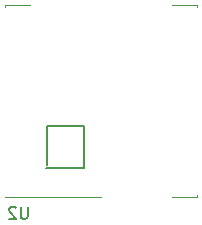
<source format=gbo>
G04 #@! TF.FileFunction,Legend,Bot*
%FSLAX46Y46*%
G04 Gerber Fmt 4.6, Leading zero omitted, Abs format (unit mm)*
G04 Created by KiCad (PCBNEW 4.0.7+dfsg1-1~bpo9+1) date Thu Mar 15 23:06:16 2018*
%MOMM*%
%LPD*%
G01*
G04 APERTURE LIST*
%ADD10C,0.100000*%
%ADD11C,0.200000*%
%ADD12C,0.150000*%
G04 APERTURE END LIST*
D10*
D11*
X136525000Y-66141600D02*
X136677400Y-66141600D01*
X139725400Y-66141600D02*
X136525000Y-66141600D01*
X139725400Y-62560200D02*
X139725400Y-66141600D01*
X136626600Y-62560200D02*
X139725400Y-62560200D01*
X136626600Y-65887600D02*
X136626600Y-62560200D01*
D10*
X133104000Y-68572000D02*
X141224000Y-68572000D01*
X147224000Y-52332000D02*
X149344000Y-52332000D01*
X149344000Y-52332000D02*
X149344000Y-52502000D01*
X133104000Y-52332000D02*
X135224000Y-52332000D01*
X133104000Y-52332000D02*
X133104000Y-52502000D01*
X147224000Y-68572000D02*
X149344000Y-68572000D01*
X149344000Y-68572000D02*
X149344000Y-68402000D01*
D12*
X134985905Y-69404381D02*
X134985905Y-70213905D01*
X134938286Y-70309143D01*
X134890667Y-70356762D01*
X134795429Y-70404381D01*
X134604952Y-70404381D01*
X134509714Y-70356762D01*
X134462095Y-70309143D01*
X134414476Y-70213905D01*
X134414476Y-69404381D01*
X133985905Y-69499619D02*
X133938286Y-69452000D01*
X133843048Y-69404381D01*
X133604952Y-69404381D01*
X133509714Y-69452000D01*
X133462095Y-69499619D01*
X133414476Y-69594857D01*
X133414476Y-69690095D01*
X133462095Y-69832952D01*
X134033524Y-70404381D01*
X133414476Y-70404381D01*
M02*

</source>
